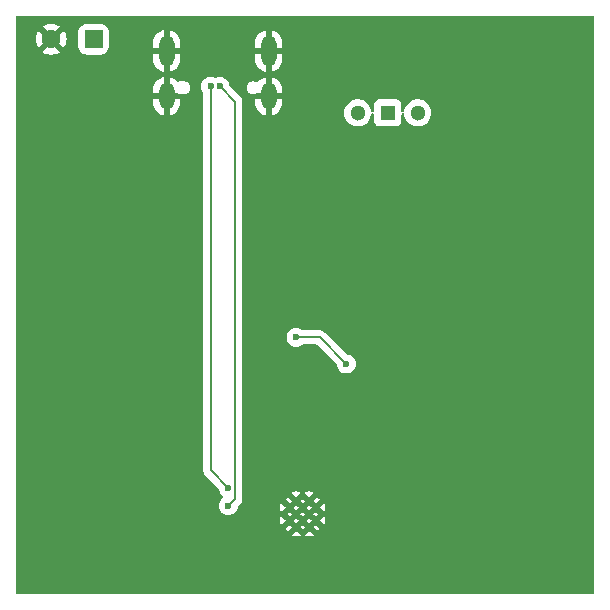
<source format=gbr>
%TF.GenerationSoftware,KiCad,Pcbnew,8.0.6*%
%TF.CreationDate,2024-10-24T11:44:03+02:00*%
%TF.ProjectId,IoT_Kicad_MP,496f545f-4b69-4636-9164-5f4d502e6b69,rev?*%
%TF.SameCoordinates,Original*%
%TF.FileFunction,Copper,L2,Bot*%
%TF.FilePolarity,Positive*%
%FSLAX46Y46*%
G04 Gerber Fmt 4.6, Leading zero omitted, Abs format (unit mm)*
G04 Created by KiCad (PCBNEW 8.0.6) date 2024-10-24 11:44:03*
%MOMM*%
%LPD*%
G01*
G04 APERTURE LIST*
G04 Aperture macros list*
%AMRoundRect*
0 Rectangle with rounded corners*
0 $1 Rounding radius*
0 $2 $3 $4 $5 $6 $7 $8 $9 X,Y pos of 4 corners*
0 Add a 4 corners polygon primitive as box body*
4,1,4,$2,$3,$4,$5,$6,$7,$8,$9,$2,$3,0*
0 Add four circle primitives for the rounded corners*
1,1,$1+$1,$2,$3*
1,1,$1+$1,$4,$5*
1,1,$1+$1,$6,$7*
1,1,$1+$1,$8,$9*
0 Add four rect primitives between the rounded corners*
20,1,$1+$1,$2,$3,$4,$5,0*
20,1,$1+$1,$4,$5,$6,$7,0*
20,1,$1+$1,$6,$7,$8,$9,0*
20,1,$1+$1,$8,$9,$2,$3,0*%
G04 Aperture macros list end*
%TA.AperFunction,ComponentPad*%
%ADD10R,1.300000X1.300000*%
%TD*%
%TA.AperFunction,ComponentPad*%
%ADD11C,1.300000*%
%TD*%
%TA.AperFunction,ComponentPad*%
%ADD12O,1.300000X2.300000*%
%TD*%
%TA.AperFunction,ComponentPad*%
%ADD13O,1.300000X2.600000*%
%TD*%
%TA.AperFunction,HeatsinkPad*%
%ADD14C,0.600000*%
%TD*%
%TA.AperFunction,ComponentPad*%
%ADD15RoundRect,0.250000X0.550000X0.550000X-0.550000X0.550000X-0.550000X-0.550000X0.550000X-0.550000X0*%
%TD*%
%TA.AperFunction,ComponentPad*%
%ADD16C,1.600000*%
%TD*%
%TA.AperFunction,ViaPad*%
%ADD17C,0.600000*%
%TD*%
%TA.AperFunction,Conductor*%
%ADD18C,0.200000*%
%TD*%
G04 APERTURE END LIST*
D10*
%TO.P,S1,1,COM*%
%TO.N,Net-(S1-COM)*%
X132000000Y-58725000D03*
D11*
%TO.P,S1,2,NO*%
%TO.N,+3.3V*%
X129460000Y-58725000D03*
%TO.P,S1,3,NC*%
%TO.N,unconnected-(S1-NC-Pad3)*%
X134540000Y-58725000D03*
%TD*%
D12*
%TO.P,J2,S1,SHIELD*%
%TO.N,GND*%
X121920000Y-57325000D03*
D13*
X121920000Y-53500000D03*
D12*
X113280000Y-57325000D03*
D13*
X113280000Y-53500000D03*
%TD*%
D14*
%TO.P,U1,19,GND*%
%TO.N,GND*%
X125900000Y-93250000D03*
X125900000Y-92150000D03*
X125350000Y-93800000D03*
X125350000Y-92700000D03*
X125350000Y-91600000D03*
X124800000Y-93250000D03*
X124800000Y-92150000D03*
X124250000Y-93800000D03*
X124250000Y-92700000D03*
X124250000Y-91600000D03*
X123700000Y-93250000D03*
X123700000Y-92150000D03*
%TD*%
D15*
%TO.P,J1,1,Pin_1*%
%TO.N,+BATT*%
X107100000Y-52500000D03*
D16*
%TO.P,J1,2,Pin_2*%
%TO.N,GND*%
X103500000Y-52500000D03*
%TD*%
D17*
%TO.N,USB_D+*%
X118500000Y-92000000D03*
X117800003Y-56500000D03*
%TO.N,USB_D-*%
X118500000Y-90500000D03*
X117000000Y-56500000D03*
%TO.N,GND*%
X141000000Y-96500000D03*
X129000000Y-68000000D03*
%TO.N,+3.3V*%
X124236500Y-77736500D03*
X128500000Y-80000000D03*
%TO.N,GND*%
X106500000Y-59500000D03*
X102000000Y-59400000D03*
%TD*%
D18*
%TO.N,USB_D+*%
X119100000Y-91400000D02*
X118500000Y-92000000D01*
X119100000Y-57799997D02*
X119100000Y-91400000D01*
X117800003Y-56500000D02*
X119100000Y-57799997D01*
%TO.N,USB_D-*%
X117000000Y-89000000D02*
X118500000Y-90500000D01*
X117000000Y-56500000D02*
X117000000Y-89000000D01*
%TO.N,+3.3V*%
X126236500Y-77736500D02*
X124236500Y-77736500D01*
X128500000Y-80000000D02*
X126236500Y-77736500D01*
%TD*%
%TA.AperFunction,Conductor*%
%TO.N,GND*%
G36*
X149442539Y-50520185D02*
G01*
X149488294Y-50572989D01*
X149499500Y-50624500D01*
X149499500Y-99375500D01*
X149479815Y-99442539D01*
X149427011Y-99488294D01*
X149375500Y-99499500D01*
X100624500Y-99499500D01*
X100557461Y-99479815D01*
X100511706Y-99427011D01*
X100500500Y-99375500D01*
X100500500Y-94516660D01*
X123886892Y-94516660D01*
X123886892Y-94516661D01*
X123900692Y-94525333D01*
X123900691Y-94525333D01*
X124070861Y-94584878D01*
X124249997Y-94605062D01*
X124250003Y-94605062D01*
X124429138Y-94584878D01*
X124429141Y-94584877D01*
X124599305Y-94525334D01*
X124599306Y-94525334D01*
X124613106Y-94516661D01*
X124613106Y-94516660D01*
X124986892Y-94516660D01*
X124986892Y-94516661D01*
X125000692Y-94525333D01*
X125000691Y-94525333D01*
X125170861Y-94584878D01*
X125349997Y-94605062D01*
X125350003Y-94605062D01*
X125529138Y-94584878D01*
X125529141Y-94584877D01*
X125699305Y-94525334D01*
X125699306Y-94525334D01*
X125713106Y-94516661D01*
X125713106Y-94516660D01*
X125350001Y-94153553D01*
X125350000Y-94153553D01*
X124986892Y-94516660D01*
X124613106Y-94516660D01*
X124250001Y-94153553D01*
X124250000Y-94153553D01*
X123886892Y-94516660D01*
X100500500Y-94516660D01*
X100500500Y-93966660D01*
X123336892Y-93966660D01*
X123336892Y-93966661D01*
X123350692Y-93975333D01*
X123350699Y-93975336D01*
X123423205Y-94000708D01*
X123479981Y-94041430D01*
X123499291Y-94076793D01*
X123524664Y-94149302D01*
X123533338Y-94163107D01*
X123896446Y-93800000D01*
X123876555Y-93780109D01*
X124150000Y-93780109D01*
X124150000Y-93819891D01*
X124165224Y-93856645D01*
X124193355Y-93884776D01*
X124230109Y-93900000D01*
X124269891Y-93900000D01*
X124306645Y-93884776D01*
X124334776Y-93856645D01*
X124350000Y-93819891D01*
X124350000Y-93799999D01*
X124603553Y-93799999D01*
X124800000Y-93996446D01*
X124996446Y-93800000D01*
X124976555Y-93780109D01*
X125250000Y-93780109D01*
X125250000Y-93819891D01*
X125265224Y-93856645D01*
X125293355Y-93884776D01*
X125330109Y-93900000D01*
X125369891Y-93900000D01*
X125406645Y-93884776D01*
X125434776Y-93856645D01*
X125450000Y-93819891D01*
X125450000Y-93800000D01*
X125703553Y-93800000D01*
X126066660Y-94163106D01*
X126066661Y-94163106D01*
X126075334Y-94149306D01*
X126075334Y-94149305D01*
X126100707Y-94076795D01*
X126141429Y-94020019D01*
X126176795Y-94000707D01*
X126249305Y-93975334D01*
X126249306Y-93975334D01*
X126263106Y-93966661D01*
X126263106Y-93966660D01*
X125900000Y-93603553D01*
X125834241Y-93669313D01*
X125834240Y-93669314D01*
X125703553Y-93800000D01*
X125450000Y-93800000D01*
X125450000Y-93780109D01*
X125434776Y-93743355D01*
X125406645Y-93715224D01*
X125369891Y-93700000D01*
X125330109Y-93700000D01*
X125293355Y-93715224D01*
X125265224Y-93743355D01*
X125250000Y-93780109D01*
X124976555Y-93780109D01*
X124865760Y-93669314D01*
X124800000Y-93603553D01*
X124734241Y-93669313D01*
X124734240Y-93669314D01*
X124603553Y-93799999D01*
X124350000Y-93799999D01*
X124350000Y-93780109D01*
X124334776Y-93743355D01*
X124306645Y-93715224D01*
X124269891Y-93700000D01*
X124230109Y-93700000D01*
X124193355Y-93715224D01*
X124165224Y-93743355D01*
X124150000Y-93780109D01*
X123876555Y-93780109D01*
X123699999Y-93603553D01*
X123699998Y-93603553D01*
X123336892Y-93966660D01*
X100500500Y-93966660D01*
X100500500Y-93249997D01*
X122894938Y-93249997D01*
X122894938Y-93250002D01*
X122915121Y-93429138D01*
X122974665Y-93599304D01*
X122983338Y-93613107D01*
X123346446Y-93250000D01*
X123346446Y-93249999D01*
X123326556Y-93230109D01*
X123600000Y-93230109D01*
X123600000Y-93269891D01*
X123615224Y-93306645D01*
X123643355Y-93334776D01*
X123680109Y-93350000D01*
X123719891Y-93350000D01*
X123756645Y-93334776D01*
X123784776Y-93306645D01*
X123800000Y-93269891D01*
X123800000Y-93250000D01*
X124053553Y-93250000D01*
X124099645Y-93296091D01*
X124250000Y-93446446D01*
X124446446Y-93250000D01*
X124426555Y-93230109D01*
X124700000Y-93230109D01*
X124700000Y-93269891D01*
X124715224Y-93306645D01*
X124743355Y-93334776D01*
X124780109Y-93350000D01*
X124819891Y-93350000D01*
X124856645Y-93334776D01*
X124884776Y-93306645D01*
X124900000Y-93269891D01*
X124900000Y-93250000D01*
X125153553Y-93250000D01*
X125199645Y-93296091D01*
X125350000Y-93446446D01*
X125546446Y-93250000D01*
X125526555Y-93230109D01*
X125800000Y-93230109D01*
X125800000Y-93269891D01*
X125815224Y-93306645D01*
X125843355Y-93334776D01*
X125880109Y-93350000D01*
X125919891Y-93350000D01*
X125956645Y-93334776D01*
X125984776Y-93306645D01*
X126000000Y-93269891D01*
X126000000Y-93250000D01*
X126253553Y-93250000D01*
X126616660Y-93613106D01*
X126616661Y-93613106D01*
X126625334Y-93599306D01*
X126625334Y-93599305D01*
X126684877Y-93429141D01*
X126684878Y-93429138D01*
X126705062Y-93250002D01*
X126705062Y-93249997D01*
X126684878Y-93070861D01*
X126625333Y-92900692D01*
X126616661Y-92886892D01*
X126616660Y-92886892D01*
X126253553Y-93250000D01*
X126000000Y-93250000D01*
X126000000Y-93230109D01*
X125984776Y-93193355D01*
X125956645Y-93165224D01*
X125919891Y-93150000D01*
X125880109Y-93150000D01*
X125843355Y-93165224D01*
X125815224Y-93193355D01*
X125800000Y-93230109D01*
X125526555Y-93230109D01*
X125415760Y-93119314D01*
X125350000Y-93053553D01*
X125284241Y-93119313D01*
X125284240Y-93119314D01*
X125153553Y-93250000D01*
X124900000Y-93250000D01*
X124900000Y-93230109D01*
X124884776Y-93193355D01*
X124856645Y-93165224D01*
X124819891Y-93150000D01*
X124780109Y-93150000D01*
X124743355Y-93165224D01*
X124715224Y-93193355D01*
X124700000Y-93230109D01*
X124426555Y-93230109D01*
X124315760Y-93119314D01*
X124250000Y-93053553D01*
X124184241Y-93119313D01*
X124184240Y-93119314D01*
X124053553Y-93250000D01*
X123800000Y-93250000D01*
X123800000Y-93230109D01*
X123784776Y-93193355D01*
X123756645Y-93165224D01*
X123719891Y-93150000D01*
X123680109Y-93150000D01*
X123643355Y-93165224D01*
X123615224Y-93193355D01*
X123600000Y-93230109D01*
X123326556Y-93230109D01*
X122983338Y-92886891D01*
X122983337Y-92886891D01*
X122974667Y-92900691D01*
X122974662Y-92900701D01*
X122915122Y-93070858D01*
X122915121Y-93070861D01*
X122894938Y-93249997D01*
X100500500Y-93249997D01*
X100500500Y-56734493D01*
X112130000Y-56734493D01*
X112130000Y-57075000D01*
X112980000Y-57075000D01*
X112980000Y-57575000D01*
X112130000Y-57575000D01*
X112130000Y-57915506D01*
X112158317Y-58094293D01*
X112214251Y-58266444D01*
X112214252Y-58266447D01*
X112296434Y-58427734D01*
X112402823Y-58574169D01*
X112530830Y-58702176D01*
X112677265Y-58808565D01*
X112838552Y-58890747D01*
X112838555Y-58890748D01*
X113010699Y-58946680D01*
X113010712Y-58946683D01*
X113030000Y-58949738D01*
X113030000Y-57991988D01*
X113039940Y-58009205D01*
X113095795Y-58065060D01*
X113164204Y-58104556D01*
X113240504Y-58125000D01*
X113319496Y-58125000D01*
X113395796Y-58104556D01*
X113464205Y-58065060D01*
X113520060Y-58009205D01*
X113530000Y-57991988D01*
X113530000Y-58949737D01*
X113549287Y-58946683D01*
X113549300Y-58946680D01*
X113721444Y-58890748D01*
X113721447Y-58890747D01*
X113882734Y-58808565D01*
X114029169Y-58702176D01*
X114157176Y-58574169D01*
X114263565Y-58427734D01*
X114345747Y-58266447D01*
X114345748Y-58266444D01*
X114401682Y-58094293D01*
X114430000Y-57915506D01*
X114430000Y-57575000D01*
X113580000Y-57575000D01*
X113580000Y-57075000D01*
X114163499Y-57075000D01*
X114225498Y-57091612D01*
X114262515Y-57112984D01*
X114402525Y-57150500D01*
X114402528Y-57150500D01*
X114797472Y-57150500D01*
X114797475Y-57150500D01*
X114937485Y-57112984D01*
X115063015Y-57040509D01*
X115165509Y-56938015D01*
X115237984Y-56812485D01*
X115275500Y-56672475D01*
X115275500Y-56527525D01*
X115268124Y-56499996D01*
X116194435Y-56499996D01*
X116194435Y-56500003D01*
X116214630Y-56679249D01*
X116214631Y-56679254D01*
X116274211Y-56849523D01*
X116370185Y-57002263D01*
X116372445Y-57005097D01*
X116373334Y-57007275D01*
X116373889Y-57008158D01*
X116373734Y-57008255D01*
X116398855Y-57069783D01*
X116399500Y-57082412D01*
X116399500Y-88913330D01*
X116399499Y-88913348D01*
X116399499Y-89079054D01*
X116399498Y-89079054D01*
X116440423Y-89231785D01*
X116469358Y-89281900D01*
X116469359Y-89281904D01*
X116469360Y-89281904D01*
X116519479Y-89368714D01*
X116519481Y-89368717D01*
X116638349Y-89487585D01*
X116638355Y-89487590D01*
X117669298Y-90518533D01*
X117702783Y-90579856D01*
X117704837Y-90592330D01*
X117714630Y-90679249D01*
X117774210Y-90849521D01*
X117795458Y-90883337D01*
X117870184Y-91002262D01*
X117997738Y-91129816D01*
X118021913Y-91145006D01*
X118068204Y-91197341D01*
X118078852Y-91266395D01*
X118050477Y-91330243D01*
X118021913Y-91354994D01*
X117997737Y-91370184D01*
X117870184Y-91497737D01*
X117774211Y-91650476D01*
X117714631Y-91820745D01*
X117714630Y-91820750D01*
X117694435Y-91999996D01*
X117694435Y-92000000D01*
X117714630Y-92179249D01*
X117714631Y-92179254D01*
X117774211Y-92349523D01*
X117868325Y-92499304D01*
X117870184Y-92502262D01*
X117997738Y-92629816D01*
X118150478Y-92725789D01*
X118319053Y-92784776D01*
X118320745Y-92785368D01*
X118320750Y-92785369D01*
X118499996Y-92805565D01*
X118500000Y-92805565D01*
X118500004Y-92805565D01*
X118679249Y-92785369D01*
X118679252Y-92785368D01*
X118679255Y-92785368D01*
X118849522Y-92725789D01*
X118890565Y-92700000D01*
X123503553Y-92700000D01*
X123503553Y-92700001D01*
X123699998Y-92896446D01*
X123699999Y-92896446D01*
X123850355Y-92746091D01*
X123896446Y-92700000D01*
X123876555Y-92680109D01*
X124150000Y-92680109D01*
X124150000Y-92719891D01*
X124165224Y-92756645D01*
X124193355Y-92784776D01*
X124230109Y-92800000D01*
X124269891Y-92800000D01*
X124306645Y-92784776D01*
X124334776Y-92756645D01*
X124350000Y-92719891D01*
X124350000Y-92700000D01*
X124603553Y-92700000D01*
X124649645Y-92746091D01*
X124800000Y-92896446D01*
X124996446Y-92700000D01*
X124976555Y-92680109D01*
X125250000Y-92680109D01*
X125250000Y-92719891D01*
X125265224Y-92756645D01*
X125293355Y-92784776D01*
X125330109Y-92800000D01*
X125369891Y-92800000D01*
X125406645Y-92784776D01*
X125434776Y-92756645D01*
X125450000Y-92719891D01*
X125450000Y-92700000D01*
X125703553Y-92700000D01*
X125749645Y-92746091D01*
X125900000Y-92896446D01*
X126096446Y-92700000D01*
X125900000Y-92503553D01*
X125834241Y-92569313D01*
X125834240Y-92569314D01*
X125703553Y-92700000D01*
X125450000Y-92700000D01*
X125450000Y-92680109D01*
X125434776Y-92643355D01*
X125406645Y-92615224D01*
X125369891Y-92600000D01*
X125330109Y-92600000D01*
X125293355Y-92615224D01*
X125265224Y-92643355D01*
X125250000Y-92680109D01*
X124976555Y-92680109D01*
X124865760Y-92569314D01*
X124800000Y-92503553D01*
X124734241Y-92569313D01*
X124734240Y-92569314D01*
X124603553Y-92700000D01*
X124350000Y-92700000D01*
X124350000Y-92680109D01*
X124334776Y-92643355D01*
X124306645Y-92615224D01*
X124269891Y-92600000D01*
X124230109Y-92600000D01*
X124193355Y-92615224D01*
X124165224Y-92643355D01*
X124150000Y-92680109D01*
X123876555Y-92680109D01*
X123699999Y-92503553D01*
X123503553Y-92700000D01*
X118890565Y-92700000D01*
X119002262Y-92629816D01*
X119129816Y-92502262D01*
X119225789Y-92349522D01*
X119285368Y-92179255D01*
X119288664Y-92149997D01*
X122894938Y-92149997D01*
X122894938Y-92150002D01*
X122915121Y-92329138D01*
X122974665Y-92499304D01*
X122983338Y-92513107D01*
X123346446Y-92150000D01*
X123346446Y-92149999D01*
X123326556Y-92130109D01*
X123600000Y-92130109D01*
X123600000Y-92169891D01*
X123615224Y-92206645D01*
X123643355Y-92234776D01*
X123680109Y-92250000D01*
X123719891Y-92250000D01*
X123756645Y-92234776D01*
X123784776Y-92206645D01*
X123800000Y-92169891D01*
X123800000Y-92149999D01*
X124053553Y-92149999D01*
X124053553Y-92150000D01*
X124099645Y-92196091D01*
X124250000Y-92346446D01*
X124446446Y-92150000D01*
X124426555Y-92130109D01*
X124700000Y-92130109D01*
X124700000Y-92169891D01*
X124715224Y-92206645D01*
X124743355Y-92234776D01*
X124780109Y-92250000D01*
X124819891Y-92250000D01*
X124856645Y-92234776D01*
X124884776Y-92206645D01*
X124900000Y-92169891D01*
X124900000Y-92149999D01*
X125153553Y-92149999D01*
X125153553Y-92150000D01*
X125199645Y-92196091D01*
X125350000Y-92346446D01*
X125546446Y-92150000D01*
X125526555Y-92130109D01*
X125800000Y-92130109D01*
X125800000Y-92169891D01*
X125815224Y-92206645D01*
X125843355Y-92234776D01*
X125880109Y-92250000D01*
X125919891Y-92250000D01*
X125956645Y-92234776D01*
X125984776Y-92206645D01*
X126000000Y-92169891D01*
X126000000Y-92150000D01*
X126253553Y-92150000D01*
X126616660Y-92513106D01*
X126616661Y-92513106D01*
X126625334Y-92499306D01*
X126625334Y-92499305D01*
X126684877Y-92329141D01*
X126684878Y-92329138D01*
X126705062Y-92150002D01*
X126705062Y-92149997D01*
X126684878Y-91970861D01*
X126625333Y-91800692D01*
X126616661Y-91786892D01*
X126616660Y-91786892D01*
X126253553Y-92150000D01*
X126000000Y-92150000D01*
X126000000Y-92130109D01*
X125984776Y-92093355D01*
X125956645Y-92065224D01*
X125919891Y-92050000D01*
X125880109Y-92050000D01*
X125843355Y-92065224D01*
X125815224Y-92093355D01*
X125800000Y-92130109D01*
X125526555Y-92130109D01*
X125396445Y-91999999D01*
X125350000Y-91953553D01*
X125303555Y-91999999D01*
X125303554Y-91999999D01*
X125153553Y-92149999D01*
X124900000Y-92149999D01*
X124900000Y-92130109D01*
X124884776Y-92093355D01*
X124856645Y-92065224D01*
X124819891Y-92050000D01*
X124780109Y-92050000D01*
X124743355Y-92065224D01*
X124715224Y-92093355D01*
X124700000Y-92130109D01*
X124426555Y-92130109D01*
X124296445Y-91999999D01*
X124250000Y-91953553D01*
X124203555Y-91999999D01*
X124203554Y-91999999D01*
X124053553Y-92149999D01*
X123800000Y-92149999D01*
X123800000Y-92130109D01*
X123784776Y-92093355D01*
X123756645Y-92065224D01*
X123719891Y-92050000D01*
X123680109Y-92050000D01*
X123643355Y-92065224D01*
X123615224Y-92093355D01*
X123600000Y-92130109D01*
X123326556Y-92130109D01*
X122983338Y-91786891D01*
X122983337Y-91786891D01*
X122974667Y-91800691D01*
X122974662Y-91800701D01*
X122915122Y-91970858D01*
X122915121Y-91970861D01*
X122894938Y-92149997D01*
X119288664Y-92149997D01*
X119295161Y-92092329D01*
X119322226Y-92027918D01*
X119330690Y-92018543D01*
X119458506Y-91890728D01*
X119458511Y-91890724D01*
X119468714Y-91880520D01*
X119468716Y-91880520D01*
X119580520Y-91768716D01*
X119648784Y-91650478D01*
X119659577Y-91631785D01*
X119700500Y-91479057D01*
X119700500Y-91433338D01*
X123336891Y-91433338D01*
X123699998Y-91796446D01*
X123848395Y-91648051D01*
X123896446Y-91599998D01*
X123876557Y-91580109D01*
X124150000Y-91580109D01*
X124150000Y-91619891D01*
X124165224Y-91656645D01*
X124193355Y-91684776D01*
X124230109Y-91700000D01*
X124269891Y-91700000D01*
X124306645Y-91684776D01*
X124334776Y-91656645D01*
X124350000Y-91619891D01*
X124350000Y-91599999D01*
X124603553Y-91599999D01*
X124800000Y-91796446D01*
X124948393Y-91648053D01*
X124996446Y-91599998D01*
X124976557Y-91580109D01*
X125250000Y-91580109D01*
X125250000Y-91619891D01*
X125265224Y-91656645D01*
X125293355Y-91684776D01*
X125330109Y-91700000D01*
X125369891Y-91700000D01*
X125406645Y-91684776D01*
X125434776Y-91656645D01*
X125450000Y-91619891D01*
X125450000Y-91599998D01*
X125703553Y-91599998D01*
X125703553Y-91599999D01*
X125900000Y-91796446D01*
X125900001Y-91796446D01*
X126263107Y-91433338D01*
X126249302Y-91424664D01*
X126176793Y-91399291D01*
X126120017Y-91358569D01*
X126100708Y-91323205D01*
X126075336Y-91250699D01*
X126075333Y-91250692D01*
X126066661Y-91236892D01*
X126066660Y-91236892D01*
X125703553Y-91599998D01*
X125450000Y-91599998D01*
X125450000Y-91580109D01*
X125434776Y-91543355D01*
X125406645Y-91515224D01*
X125369891Y-91500000D01*
X125330109Y-91500000D01*
X125293355Y-91515224D01*
X125265224Y-91543355D01*
X125250000Y-91580109D01*
X124976557Y-91580109D01*
X124800001Y-91403553D01*
X124603553Y-91599999D01*
X124350000Y-91599999D01*
X124350000Y-91580109D01*
X124334776Y-91543355D01*
X124306645Y-91515224D01*
X124269891Y-91500000D01*
X124230109Y-91500000D01*
X124193355Y-91515224D01*
X124165224Y-91543355D01*
X124150000Y-91580109D01*
X123876557Y-91580109D01*
X123533338Y-91236891D01*
X123524664Y-91250695D01*
X123524659Y-91250705D01*
X123499291Y-91323205D01*
X123458569Y-91379981D01*
X123423205Y-91399291D01*
X123350705Y-91424659D01*
X123350695Y-91424664D01*
X123336891Y-91433338D01*
X119700500Y-91433338D01*
X119700500Y-91320943D01*
X119700500Y-90883337D01*
X123886891Y-90883337D01*
X123886891Y-90883338D01*
X124250000Y-91246446D01*
X124250001Y-91246446D01*
X124613107Y-90883338D01*
X124613105Y-90883337D01*
X124986891Y-90883337D01*
X124986891Y-90883338D01*
X125350000Y-91246446D01*
X125350001Y-91246446D01*
X125713107Y-90883338D01*
X125699304Y-90874665D01*
X125529138Y-90815121D01*
X125350003Y-90794938D01*
X125349997Y-90794938D01*
X125170861Y-90815121D01*
X125170858Y-90815122D01*
X125000701Y-90874662D01*
X125000691Y-90874667D01*
X124986891Y-90883337D01*
X124613105Y-90883337D01*
X124599304Y-90874665D01*
X124429138Y-90815121D01*
X124250003Y-90794938D01*
X124249997Y-90794938D01*
X124070861Y-90815121D01*
X124070858Y-90815122D01*
X123900701Y-90874662D01*
X123900691Y-90874667D01*
X123886891Y-90883337D01*
X119700500Y-90883337D01*
X119700500Y-77736496D01*
X123430935Y-77736496D01*
X123430935Y-77736503D01*
X123451130Y-77915749D01*
X123451131Y-77915754D01*
X123510711Y-78086023D01*
X123606684Y-78238762D01*
X123734238Y-78366316D01*
X123886978Y-78462289D01*
X124057245Y-78521868D01*
X124057250Y-78521869D01*
X124236496Y-78542065D01*
X124236500Y-78542065D01*
X124236504Y-78542065D01*
X124415749Y-78521869D01*
X124415752Y-78521868D01*
X124415755Y-78521868D01*
X124586022Y-78462289D01*
X124738762Y-78366316D01*
X124738767Y-78366310D01*
X124741597Y-78364055D01*
X124743775Y-78363165D01*
X124744658Y-78362611D01*
X124744755Y-78362765D01*
X124806283Y-78337645D01*
X124818912Y-78337000D01*
X125936403Y-78337000D01*
X126003442Y-78356685D01*
X126024084Y-78373319D01*
X127669298Y-80018533D01*
X127702783Y-80079856D01*
X127704837Y-80092330D01*
X127714630Y-80179249D01*
X127774210Y-80349521D01*
X127870184Y-80502262D01*
X127997738Y-80629816D01*
X128150478Y-80725789D01*
X128320745Y-80785368D01*
X128320750Y-80785369D01*
X128499996Y-80805565D01*
X128500000Y-80805565D01*
X128500004Y-80805565D01*
X128679249Y-80785369D01*
X128679252Y-80785368D01*
X128679255Y-80785368D01*
X128849522Y-80725789D01*
X129002262Y-80629816D01*
X129129816Y-80502262D01*
X129225789Y-80349522D01*
X129285368Y-80179255D01*
X129295162Y-80092330D01*
X129305565Y-80000003D01*
X129305565Y-79999996D01*
X129285369Y-79820750D01*
X129285368Y-79820745D01*
X129225788Y-79650476D01*
X129129815Y-79497737D01*
X129002262Y-79370184D01*
X128849521Y-79274210D01*
X128679249Y-79214630D01*
X128592330Y-79204837D01*
X128527916Y-79177770D01*
X128518533Y-79169298D01*
X126724090Y-77374855D01*
X126724088Y-77374852D01*
X126605217Y-77255981D01*
X126605209Y-77255975D01*
X126503436Y-77197217D01*
X126503434Y-77197216D01*
X126468290Y-77176925D01*
X126468289Y-77176924D01*
X126455763Y-77173567D01*
X126315557Y-77135999D01*
X126157443Y-77135999D01*
X126149847Y-77135999D01*
X126149831Y-77136000D01*
X124818912Y-77136000D01*
X124751873Y-77116315D01*
X124741597Y-77108945D01*
X124738763Y-77106685D01*
X124738762Y-77106684D01*
X124681996Y-77071015D01*
X124586023Y-77010711D01*
X124415754Y-76951131D01*
X124415749Y-76951130D01*
X124236504Y-76930935D01*
X124236496Y-76930935D01*
X124057250Y-76951130D01*
X124057245Y-76951131D01*
X123886976Y-77010711D01*
X123734237Y-77106684D01*
X123606684Y-77234237D01*
X123510711Y-77386976D01*
X123451131Y-77557245D01*
X123451130Y-77557250D01*
X123430935Y-77736496D01*
X119700500Y-77736496D01*
X119700500Y-57720940D01*
X119659577Y-57568213D01*
X119659573Y-57568206D01*
X119580524Y-57431287D01*
X119580521Y-57431283D01*
X119580520Y-57431281D01*
X119468716Y-57319477D01*
X119468715Y-57319476D01*
X119464385Y-57315146D01*
X119464374Y-57315136D01*
X118676763Y-56527525D01*
X120049500Y-56527525D01*
X120049500Y-56672475D01*
X120087016Y-56812485D01*
X120087017Y-56812488D01*
X120159488Y-56938011D01*
X120159490Y-56938013D01*
X120159491Y-56938015D01*
X120261985Y-57040509D01*
X120261986Y-57040510D01*
X120261988Y-57040511D01*
X120387511Y-57112982D01*
X120387512Y-57112982D01*
X120387515Y-57112984D01*
X120527525Y-57150500D01*
X120527528Y-57150500D01*
X120672472Y-57150500D01*
X120672475Y-57150500D01*
X120812485Y-57112984D01*
X120849501Y-57091612D01*
X120911501Y-57075000D01*
X121620000Y-57075000D01*
X121620000Y-57575000D01*
X120770000Y-57575000D01*
X120770000Y-57915506D01*
X120798317Y-58094293D01*
X120854251Y-58266444D01*
X120854252Y-58266447D01*
X120936434Y-58427734D01*
X121042823Y-58574169D01*
X121170830Y-58702176D01*
X121317265Y-58808565D01*
X121478552Y-58890747D01*
X121478555Y-58890748D01*
X121650699Y-58946680D01*
X121650712Y-58946683D01*
X121670000Y-58949738D01*
X121670000Y-57991988D01*
X121679940Y-58009205D01*
X121735795Y-58065060D01*
X121804204Y-58104556D01*
X121880504Y-58125000D01*
X121959496Y-58125000D01*
X122035796Y-58104556D01*
X122104205Y-58065060D01*
X122160060Y-58009205D01*
X122170000Y-57991988D01*
X122170000Y-58949737D01*
X122189287Y-58946683D01*
X122189300Y-58946680D01*
X122361444Y-58890748D01*
X122361447Y-58890747D01*
X122522734Y-58808565D01*
X122637755Y-58724999D01*
X128304571Y-58724999D01*
X128304571Y-58725000D01*
X128324244Y-58937310D01*
X128382596Y-59142392D01*
X128382596Y-59142394D01*
X128477632Y-59333253D01*
X128590326Y-59482482D01*
X128606128Y-59503407D01*
X128763698Y-59647052D01*
X128944981Y-59759298D01*
X129143802Y-59836321D01*
X129353390Y-59875500D01*
X129353392Y-59875500D01*
X129566608Y-59875500D01*
X129566610Y-59875500D01*
X129776198Y-59836321D01*
X129975019Y-59759298D01*
X130156302Y-59647052D01*
X130313872Y-59503407D01*
X130442366Y-59333255D01*
X130537405Y-59142389D01*
X130595756Y-58937310D01*
X130602029Y-58869604D01*
X130627814Y-58804669D01*
X130684614Y-58763980D01*
X130754395Y-58760460D01*
X130815002Y-58795224D01*
X130847193Y-58857237D01*
X130849500Y-58881046D01*
X130849500Y-59422870D01*
X130849501Y-59422876D01*
X130855908Y-59482483D01*
X130906202Y-59617328D01*
X130906206Y-59617335D01*
X130992452Y-59732544D01*
X130992455Y-59732547D01*
X131107664Y-59818793D01*
X131107671Y-59818797D01*
X131242517Y-59869091D01*
X131242516Y-59869091D01*
X131249444Y-59869835D01*
X131302127Y-59875500D01*
X132697872Y-59875499D01*
X132757483Y-59869091D01*
X132892331Y-59818796D01*
X133007546Y-59732546D01*
X133093796Y-59617331D01*
X133144091Y-59482483D01*
X133150500Y-59422873D01*
X133150499Y-58881046D01*
X133170183Y-58814010D01*
X133222987Y-58768255D01*
X133292146Y-58758311D01*
X133355702Y-58787336D01*
X133393476Y-58846114D01*
X133397970Y-58869607D01*
X133404244Y-58937310D01*
X133462596Y-59142392D01*
X133462596Y-59142394D01*
X133557632Y-59333253D01*
X133670326Y-59482482D01*
X133686128Y-59503407D01*
X133843698Y-59647052D01*
X134024981Y-59759298D01*
X134223802Y-59836321D01*
X134433390Y-59875500D01*
X134433392Y-59875500D01*
X134646608Y-59875500D01*
X134646610Y-59875500D01*
X134856198Y-59836321D01*
X135055019Y-59759298D01*
X135236302Y-59647052D01*
X135393872Y-59503407D01*
X135522366Y-59333255D01*
X135617405Y-59142389D01*
X135675756Y-58937310D01*
X135695429Y-58725000D01*
X135675756Y-58512690D01*
X135617405Y-58307611D01*
X135617403Y-58307606D01*
X135617403Y-58307605D01*
X135522367Y-58116746D01*
X135393872Y-57946593D01*
X135268906Y-57832671D01*
X135236302Y-57802948D01*
X135055019Y-57690702D01*
X135055017Y-57690701D01*
X134955608Y-57652190D01*
X134856198Y-57613679D01*
X134646610Y-57574500D01*
X134433390Y-57574500D01*
X134223802Y-57613679D01*
X134223799Y-57613679D01*
X134223799Y-57613680D01*
X134024982Y-57690701D01*
X134024980Y-57690702D01*
X133843699Y-57802947D01*
X133686127Y-57946593D01*
X133557632Y-58116746D01*
X133462596Y-58307605D01*
X133462596Y-58307607D01*
X133404244Y-58512689D01*
X133397970Y-58580395D01*
X133372184Y-58645332D01*
X133315383Y-58686019D01*
X133245602Y-58689539D01*
X133184996Y-58654773D01*
X133152806Y-58592761D01*
X133150499Y-58568953D01*
X133150499Y-58027129D01*
X133150498Y-58027123D01*
X133150497Y-58027116D01*
X133144091Y-57967517D01*
X133093796Y-57832669D01*
X133093795Y-57832668D01*
X133093793Y-57832664D01*
X133007547Y-57717455D01*
X133007544Y-57717452D01*
X132892335Y-57631206D01*
X132892328Y-57631202D01*
X132757482Y-57580908D01*
X132757483Y-57580908D01*
X132697883Y-57574501D01*
X132697881Y-57574500D01*
X132697873Y-57574500D01*
X132697864Y-57574500D01*
X131302129Y-57574500D01*
X131302123Y-57574501D01*
X131242516Y-57580908D01*
X131107671Y-57631202D01*
X131107664Y-57631206D01*
X130992455Y-57717452D01*
X130992452Y-57717455D01*
X130906206Y-57832664D01*
X130906202Y-57832671D01*
X130855908Y-57967517D01*
X130851082Y-58012413D01*
X130849501Y-58027123D01*
X130849500Y-58027135D01*
X130849500Y-58568950D01*
X130829815Y-58635989D01*
X130777011Y-58681744D01*
X130707853Y-58691688D01*
X130644297Y-58662663D01*
X130606523Y-58603885D01*
X130602029Y-58580391D01*
X130595756Y-58512690D01*
X130537405Y-58307611D01*
X130537403Y-58307606D01*
X130537403Y-58307605D01*
X130442367Y-58116746D01*
X130313872Y-57946593D01*
X130188906Y-57832671D01*
X130156302Y-57802948D01*
X129975019Y-57690702D01*
X129975017Y-57690701D01*
X129875608Y-57652190D01*
X129776198Y-57613679D01*
X129566610Y-57574500D01*
X129353390Y-57574500D01*
X129143802Y-57613679D01*
X129143799Y-57613679D01*
X129143799Y-57613680D01*
X128944982Y-57690701D01*
X128944980Y-57690702D01*
X128763699Y-57802947D01*
X128606127Y-57946593D01*
X128477632Y-58116746D01*
X128382596Y-58307605D01*
X128382596Y-58307607D01*
X128324244Y-58512689D01*
X128304571Y-58724999D01*
X122637755Y-58724999D01*
X122669169Y-58702176D01*
X122797176Y-58574169D01*
X122903565Y-58427734D01*
X122985747Y-58266447D01*
X122985748Y-58266444D01*
X123041682Y-58094293D01*
X123070000Y-57915506D01*
X123070000Y-57575000D01*
X122220000Y-57575000D01*
X122220000Y-57075000D01*
X123070000Y-57075000D01*
X123070000Y-56734493D01*
X123041682Y-56555706D01*
X122985748Y-56383555D01*
X122985747Y-56383552D01*
X122903565Y-56222265D01*
X122797176Y-56075830D01*
X122669169Y-55947823D01*
X122522734Y-55841434D01*
X122361447Y-55759252D01*
X122361441Y-55759250D01*
X122189295Y-55703318D01*
X122189285Y-55703315D01*
X122170000Y-55700260D01*
X122170000Y-56658011D01*
X122160060Y-56640795D01*
X122104205Y-56584940D01*
X122035796Y-56545444D01*
X121959496Y-56525000D01*
X121880504Y-56525000D01*
X121804204Y-56545444D01*
X121735795Y-56584940D01*
X121679940Y-56640795D01*
X121670000Y-56658011D01*
X121670000Y-55700260D01*
X121650714Y-55703315D01*
X121650704Y-55703318D01*
X121478558Y-55759250D01*
X121478552Y-55759252D01*
X121317265Y-55841434D01*
X121170830Y-55947823D01*
X121042828Y-56075825D01*
X121034657Y-56087073D01*
X120979327Y-56129738D01*
X120909713Y-56135716D01*
X120872340Y-56121573D01*
X120812488Y-56087017D01*
X120812489Y-56087017D01*
X120801006Y-56083940D01*
X120672475Y-56049500D01*
X120527525Y-56049500D01*
X120398993Y-56083940D01*
X120387511Y-56087017D01*
X120261988Y-56159488D01*
X120261982Y-56159493D01*
X120159493Y-56261982D01*
X120159488Y-56261988D01*
X120087017Y-56387511D01*
X120087016Y-56387515D01*
X120049500Y-56527525D01*
X118676763Y-56527525D01*
X118630703Y-56481465D01*
X118597218Y-56420142D01*
X118595166Y-56407686D01*
X118585371Y-56320745D01*
X118525792Y-56150478D01*
X118429819Y-55997738D01*
X118302265Y-55870184D01*
X118256510Y-55841434D01*
X118149526Y-55774211D01*
X117979257Y-55714631D01*
X117979252Y-55714630D01*
X117800007Y-55694435D01*
X117799999Y-55694435D01*
X117620753Y-55714630D01*
X117620740Y-55714633D01*
X117443909Y-55776510D01*
X117443160Y-55774369D01*
X117384824Y-55783958D01*
X117356408Y-55775611D01*
X117356094Y-55776510D01*
X117179262Y-55714633D01*
X117179249Y-55714630D01*
X117000004Y-55694435D01*
X116999996Y-55694435D01*
X116820750Y-55714630D01*
X116820745Y-55714631D01*
X116650476Y-55774211D01*
X116497737Y-55870184D01*
X116370184Y-55997737D01*
X116274211Y-56150476D01*
X116214631Y-56320745D01*
X116214630Y-56320750D01*
X116194435Y-56499996D01*
X115268124Y-56499996D01*
X115237984Y-56387515D01*
X115165509Y-56261985D01*
X115063015Y-56159491D01*
X115063013Y-56159490D01*
X115063011Y-56159488D01*
X114937488Y-56087017D01*
X114937489Y-56087017D01*
X114926006Y-56083940D01*
X114797475Y-56049500D01*
X114402525Y-56049500D01*
X114262515Y-56087016D01*
X114262513Y-56087016D01*
X114257411Y-56088384D01*
X114187561Y-56086721D01*
X114137636Y-56056290D01*
X114029169Y-55947823D01*
X113882734Y-55841434D01*
X113721447Y-55759252D01*
X113721441Y-55759250D01*
X113549295Y-55703318D01*
X113549285Y-55703315D01*
X113530000Y-55700260D01*
X113530000Y-56658011D01*
X113520060Y-56640795D01*
X113464205Y-56584940D01*
X113395796Y-56545444D01*
X113319496Y-56525000D01*
X113240504Y-56525000D01*
X113164204Y-56545444D01*
X113095795Y-56584940D01*
X113039940Y-56640795D01*
X113030000Y-56658011D01*
X113030000Y-55700260D01*
X113010714Y-55703315D01*
X113010704Y-55703318D01*
X112838558Y-55759250D01*
X112838552Y-55759252D01*
X112677265Y-55841434D01*
X112530830Y-55947823D01*
X112402823Y-56075830D01*
X112296434Y-56222265D01*
X112214252Y-56383552D01*
X112214251Y-56383555D01*
X112158317Y-56555706D01*
X112130000Y-56734493D01*
X100500500Y-56734493D01*
X100500500Y-53579025D01*
X102774526Y-53579025D01*
X102847513Y-53630132D01*
X102847521Y-53630136D01*
X103053668Y-53726264D01*
X103053682Y-53726269D01*
X103273389Y-53785139D01*
X103273400Y-53785141D01*
X103499998Y-53804966D01*
X103500002Y-53804966D01*
X103726599Y-53785141D01*
X103726610Y-53785139D01*
X103946317Y-53726269D01*
X103946331Y-53726264D01*
X104152478Y-53630136D01*
X104225471Y-53579024D01*
X103500000Y-52853553D01*
X102774526Y-53579025D01*
X100500500Y-53579025D01*
X100500500Y-52499997D01*
X102195034Y-52499997D01*
X102195034Y-52500002D01*
X102214858Y-52726599D01*
X102214860Y-52726610D01*
X102273730Y-52946317D01*
X102273735Y-52946331D01*
X102369863Y-53152478D01*
X102420974Y-53225472D01*
X103146447Y-52500000D01*
X103146447Y-52499999D01*
X103106952Y-52460504D01*
X103200000Y-52460504D01*
X103200000Y-52539496D01*
X103220444Y-52615796D01*
X103259940Y-52684205D01*
X103315795Y-52740060D01*
X103384204Y-52779556D01*
X103460504Y-52800000D01*
X103539496Y-52800000D01*
X103615796Y-52779556D01*
X103684205Y-52740060D01*
X103740060Y-52684205D01*
X103779556Y-52615796D01*
X103800000Y-52539496D01*
X103800000Y-52499999D01*
X103853553Y-52499999D01*
X103853553Y-52500000D01*
X104579024Y-53225471D01*
X104630136Y-53152478D01*
X104726264Y-52946331D01*
X104726269Y-52946317D01*
X104785139Y-52726610D01*
X104785141Y-52726599D01*
X104804966Y-52500002D01*
X104804966Y-52499997D01*
X104785141Y-52273400D01*
X104785139Y-52273389D01*
X104726269Y-52053682D01*
X104726264Y-52053668D01*
X104654599Y-51899983D01*
X105799500Y-51899983D01*
X105799500Y-53100001D01*
X105799501Y-53100018D01*
X105810000Y-53202796D01*
X105810001Y-53202799D01*
X105865185Y-53369331D01*
X105865186Y-53369334D01*
X105957288Y-53518656D01*
X106081344Y-53642712D01*
X106230666Y-53734814D01*
X106397203Y-53789999D01*
X106499991Y-53800500D01*
X107700008Y-53800499D01*
X107802797Y-53789999D01*
X107969334Y-53734814D01*
X108118656Y-53642712D01*
X108242712Y-53518656D01*
X108334814Y-53369334D01*
X108389999Y-53202797D01*
X108400500Y-53100009D01*
X108400500Y-52759493D01*
X112130000Y-52759493D01*
X112130000Y-53250000D01*
X112980000Y-53250000D01*
X112980000Y-53750000D01*
X112130000Y-53750000D01*
X112130000Y-54240506D01*
X112158317Y-54419293D01*
X112214251Y-54591444D01*
X112214252Y-54591447D01*
X112296434Y-54752734D01*
X112402823Y-54899169D01*
X112530830Y-55027176D01*
X112677265Y-55133565D01*
X112838552Y-55215747D01*
X112838555Y-55215748D01*
X113010699Y-55271680D01*
X113010712Y-55271683D01*
X113030000Y-55274738D01*
X113030000Y-54316988D01*
X113039940Y-54334205D01*
X113095795Y-54390060D01*
X113164204Y-54429556D01*
X113240504Y-54450000D01*
X113319496Y-54450000D01*
X113395796Y-54429556D01*
X113464205Y-54390060D01*
X113520060Y-54334205D01*
X113530000Y-54316988D01*
X113530000Y-55274737D01*
X113549287Y-55271683D01*
X113549300Y-55271680D01*
X113721444Y-55215748D01*
X113721447Y-55215747D01*
X113882734Y-55133565D01*
X114029169Y-55027176D01*
X114157176Y-54899169D01*
X114263565Y-54752734D01*
X114345747Y-54591447D01*
X114345748Y-54591444D01*
X114401682Y-54419293D01*
X114430000Y-54240506D01*
X114430000Y-53750000D01*
X113580000Y-53750000D01*
X113580000Y-53250000D01*
X114430000Y-53250000D01*
X114430000Y-52759493D01*
X120770000Y-52759493D01*
X120770000Y-53250000D01*
X121620000Y-53250000D01*
X121620000Y-53750000D01*
X120770000Y-53750000D01*
X120770000Y-54240506D01*
X120798317Y-54419293D01*
X120854251Y-54591444D01*
X120854252Y-54591447D01*
X120936434Y-54752734D01*
X121042823Y-54899169D01*
X121170830Y-55027176D01*
X121317265Y-55133565D01*
X121478552Y-55215747D01*
X121478555Y-55215748D01*
X121650699Y-55271680D01*
X121650712Y-55271683D01*
X121670000Y-55274738D01*
X121670000Y-54316988D01*
X121679940Y-54334205D01*
X121735795Y-54390060D01*
X121804204Y-54429556D01*
X121880504Y-54450000D01*
X121959496Y-54450000D01*
X122035796Y-54429556D01*
X122104205Y-54390060D01*
X122160060Y-54334205D01*
X122170000Y-54316988D01*
X122170000Y-55274737D01*
X122189287Y-55271683D01*
X122189300Y-55271680D01*
X122361444Y-55215748D01*
X122361447Y-55215747D01*
X122522734Y-55133565D01*
X122669169Y-55027176D01*
X122797176Y-54899169D01*
X122903565Y-54752734D01*
X122985747Y-54591447D01*
X122985748Y-54591444D01*
X123041682Y-54419293D01*
X123070000Y-54240506D01*
X123070000Y-53750000D01*
X122220000Y-53750000D01*
X122220000Y-53250000D01*
X123070000Y-53250000D01*
X123070000Y-52759493D01*
X123041682Y-52580706D01*
X122985748Y-52408555D01*
X122985747Y-52408552D01*
X122903565Y-52247265D01*
X122797176Y-52100830D01*
X122669169Y-51972823D01*
X122522734Y-51866434D01*
X122361447Y-51784252D01*
X122361441Y-51784250D01*
X122189295Y-51728318D01*
X122189285Y-51728315D01*
X122170000Y-51725260D01*
X122170000Y-52683011D01*
X122160060Y-52665795D01*
X122104205Y-52609940D01*
X122035796Y-52570444D01*
X121959496Y-52550000D01*
X121880504Y-52550000D01*
X121804204Y-52570444D01*
X121735795Y-52609940D01*
X121679940Y-52665795D01*
X121670000Y-52683011D01*
X121670000Y-51725260D01*
X121650714Y-51728315D01*
X121650704Y-51728318D01*
X121478558Y-51784250D01*
X121478552Y-51784252D01*
X121317265Y-51866434D01*
X121170830Y-51972823D01*
X121042823Y-52100830D01*
X120936434Y-52247265D01*
X120854252Y-52408552D01*
X120854251Y-52408555D01*
X120798317Y-52580706D01*
X120770000Y-52759493D01*
X114430000Y-52759493D01*
X114401682Y-52580706D01*
X114345748Y-52408555D01*
X114345747Y-52408552D01*
X114263565Y-52247265D01*
X114157176Y-52100830D01*
X114029169Y-51972823D01*
X113882734Y-51866434D01*
X113721447Y-51784252D01*
X113721441Y-51784250D01*
X113549295Y-51728318D01*
X113549285Y-51728315D01*
X113530000Y-51725260D01*
X113530000Y-52683011D01*
X113520060Y-52665795D01*
X113464205Y-52609940D01*
X113395796Y-52570444D01*
X113319496Y-52550000D01*
X113240504Y-52550000D01*
X113164204Y-52570444D01*
X113095795Y-52609940D01*
X113039940Y-52665795D01*
X113030000Y-52683011D01*
X113030000Y-51725260D01*
X113010714Y-51728315D01*
X113010704Y-51728318D01*
X112838558Y-51784250D01*
X112838552Y-51784252D01*
X112677265Y-51866434D01*
X112530830Y-51972823D01*
X112402823Y-52100830D01*
X112296434Y-52247265D01*
X112214252Y-52408552D01*
X112214251Y-52408555D01*
X112158317Y-52580706D01*
X112130000Y-52759493D01*
X108400500Y-52759493D01*
X108400499Y-51899992D01*
X108389999Y-51797203D01*
X108334814Y-51630666D01*
X108242712Y-51481344D01*
X108118656Y-51357288D01*
X108025888Y-51300069D01*
X107969336Y-51265187D01*
X107969331Y-51265185D01*
X107967862Y-51264698D01*
X107802797Y-51210001D01*
X107802795Y-51210000D01*
X107700010Y-51199500D01*
X106499998Y-51199500D01*
X106499981Y-51199501D01*
X106397203Y-51210000D01*
X106397200Y-51210001D01*
X106230668Y-51265185D01*
X106230663Y-51265187D01*
X106081342Y-51357289D01*
X105957289Y-51481342D01*
X105865187Y-51630663D01*
X105865186Y-51630666D01*
X105810001Y-51797203D01*
X105810001Y-51797204D01*
X105810000Y-51797204D01*
X105799500Y-51899983D01*
X104654599Y-51899983D01*
X104630136Y-51847521D01*
X104630132Y-51847513D01*
X104579025Y-51774526D01*
X103853553Y-52499999D01*
X103800000Y-52499999D01*
X103800000Y-52460504D01*
X103779556Y-52384204D01*
X103740060Y-52315795D01*
X103684205Y-52259940D01*
X103615796Y-52220444D01*
X103539496Y-52200000D01*
X103460504Y-52200000D01*
X103384204Y-52220444D01*
X103315795Y-52259940D01*
X103259940Y-52315795D01*
X103220444Y-52384204D01*
X103200000Y-52460504D01*
X103106952Y-52460504D01*
X102420974Y-51774526D01*
X102420973Y-51774526D01*
X102369868Y-51847512D01*
X102369866Y-51847516D01*
X102273734Y-52053673D01*
X102273730Y-52053682D01*
X102214860Y-52273389D01*
X102214858Y-52273400D01*
X102195034Y-52499997D01*
X100500500Y-52499997D01*
X100500500Y-51420973D01*
X102774526Y-51420973D01*
X102774526Y-51420974D01*
X103500000Y-52146447D01*
X103500001Y-52146447D01*
X104225472Y-51420974D01*
X104152478Y-51369863D01*
X103946331Y-51273735D01*
X103946317Y-51273730D01*
X103726610Y-51214860D01*
X103726599Y-51214858D01*
X103500002Y-51195034D01*
X103499998Y-51195034D01*
X103273400Y-51214858D01*
X103273389Y-51214860D01*
X103053682Y-51273730D01*
X103053673Y-51273734D01*
X102847516Y-51369866D01*
X102847512Y-51369868D01*
X102774526Y-51420973D01*
X100500500Y-51420973D01*
X100500500Y-50624500D01*
X100520185Y-50557461D01*
X100572989Y-50511706D01*
X100624500Y-50500500D01*
X149375500Y-50500500D01*
X149442539Y-50520185D01*
G37*
%TD.AperFunction*%
%TD*%
M02*

</source>
